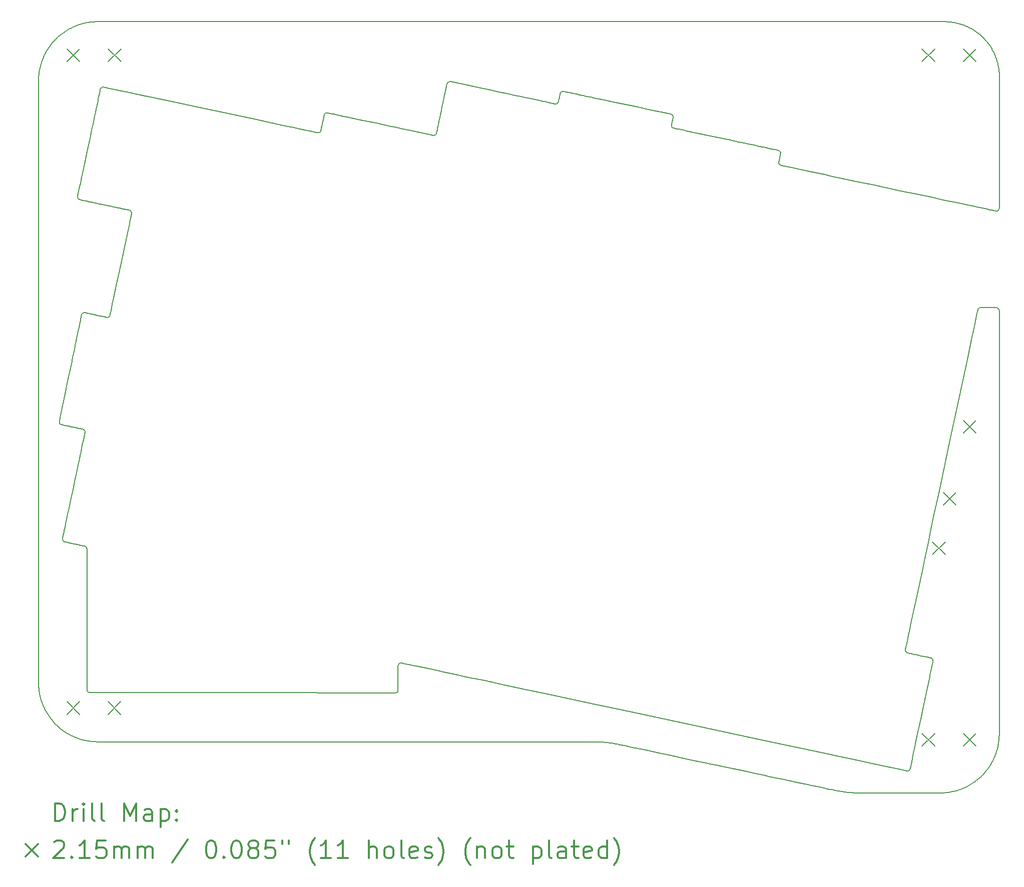
<source format=gbr>
%FSLAX45Y45*%
G04 Gerber Fmt 4.5, Leading zero omitted, Abs format (unit mm)*
G04 Created by KiCad (PCBNEW (5.1.5-0-10_14)) date 2020-04-19 15:43:12*
%MOMM*%
%LPD*%
G04 APERTURE LIST*
%TA.AperFunction,Profile*%
%ADD10C,0.200000*%
%TD*%
%ADD11C,0.200000*%
%ADD12C,0.300000*%
G04 APERTURE END LIST*
D10*
X8262689Y-13170363D02*
X8265676Y-13153333D01*
X8265676Y-13153333D02*
X8272733Y-13140298D01*
X8272733Y-13140298D02*
X8281237Y-13131496D01*
X8262689Y-13576949D02*
X8262689Y-13170363D01*
X8248031Y-13612324D02*
X8256615Y-13600853D01*
X8256615Y-13600853D02*
X8261857Y-13586047D01*
X8261857Y-13586047D02*
X8262689Y-13576949D01*
X11573009Y-14455235D02*
X3180581Y-14455235D01*
X11988856Y-14498944D02*
X11972221Y-14495482D01*
X11972221Y-14495482D02*
X11954758Y-14492007D01*
X11954758Y-14492007D02*
X11937871Y-14488799D01*
X11937871Y-14488799D02*
X11920154Y-14485595D01*
X11920154Y-14485595D02*
X11901907Y-14482466D01*
X11901907Y-14482466D02*
X11884444Y-14479635D01*
X11884444Y-14479635D02*
X11866047Y-14476822D01*
X11866047Y-14476822D02*
X11848437Y-14474294D01*
X11848437Y-14474294D02*
X11830401Y-14471870D01*
X11830401Y-14471870D02*
X11812547Y-14469635D01*
X11812547Y-14469635D02*
X11793863Y-14467469D01*
X11793863Y-14467469D02*
X11775769Y-14465542D01*
X11775769Y-14465542D02*
X11757455Y-14463761D01*
X11757455Y-14463761D02*
X11738513Y-14462097D01*
X11738513Y-14462097D02*
X11719964Y-14460643D01*
X11719964Y-14460643D02*
X11701094Y-14459342D01*
X11701094Y-14459342D02*
X11682211Y-14458219D01*
X11682211Y-14458219D02*
X11662908Y-14457257D01*
X11662908Y-14457257D02*
X11642980Y-14456459D01*
X11642980Y-14456459D02*
X11623349Y-14455868D01*
X11623349Y-14455868D02*
X11603709Y-14455470D01*
X11603709Y-14455470D02*
X11583244Y-14455261D01*
X11583244Y-14455261D02*
X11573009Y-14455235D01*
X15653534Y-15277879D02*
X15636999Y-15274364D01*
X15636999Y-15274364D02*
X15602046Y-15266936D01*
X15602046Y-15266936D02*
X15564897Y-15259040D01*
X15564897Y-15259040D02*
X15525624Y-15250693D01*
X15525624Y-15250693D02*
X15463132Y-15237412D01*
X15463132Y-15237412D02*
X15395781Y-15223097D01*
X15395781Y-15223097D02*
X15348732Y-15213097D01*
X15348732Y-15213097D02*
X15299919Y-15202722D01*
X15299919Y-15202722D02*
X15249414Y-15191988D01*
X15249414Y-15191988D02*
X15197289Y-15180909D01*
X15197289Y-15180909D02*
X15143617Y-15169501D01*
X15143617Y-15169501D02*
X15060534Y-15151842D01*
X15060534Y-15151842D02*
X14974031Y-15133457D01*
X14974031Y-15133457D02*
X14914886Y-15120886D01*
X14914886Y-15120886D02*
X14854554Y-15108062D01*
X14854554Y-15108062D02*
X14793105Y-15095001D01*
X14793105Y-15095001D02*
X14699115Y-15075024D01*
X14699115Y-15075024D02*
X14570386Y-15047663D01*
X14570386Y-15047663D02*
X14438489Y-15019628D01*
X14438489Y-15019628D02*
X14304001Y-14991042D01*
X14304001Y-14991042D02*
X14167496Y-14962028D01*
X14167496Y-14962028D02*
X13960291Y-14917986D01*
X13960291Y-14917986D02*
X13751647Y-14873638D01*
X13751647Y-14873638D02*
X13647504Y-14851502D01*
X13647504Y-14851502D02*
X13578280Y-14836789D01*
X13578280Y-14836789D02*
X13474893Y-14814813D01*
X13474893Y-14814813D02*
X13338389Y-14785799D01*
X13338389Y-14785799D02*
X13137232Y-14743042D01*
X13137232Y-14743042D02*
X12879774Y-14688318D01*
X12879774Y-14688318D02*
X12638444Y-14637021D01*
X12638444Y-14637021D02*
X12417850Y-14590132D01*
X12417850Y-14590132D02*
X12222598Y-14548629D01*
X12222598Y-14548629D02*
X12096607Y-14521848D01*
X12096607Y-14521848D02*
X12022309Y-14506055D01*
X12022309Y-14506055D02*
X11988856Y-14498944D01*
X16069354Y-15321588D02*
X16049295Y-15321487D01*
X16049295Y-15321487D02*
X16028015Y-15321161D01*
X16028015Y-15321161D02*
X16008176Y-15320652D01*
X16008176Y-15320652D02*
X15988756Y-15319964D01*
X15988756Y-15319964D02*
X15969346Y-15319088D01*
X15969346Y-15319088D02*
X15950152Y-15318035D01*
X15950152Y-15318035D02*
X15930972Y-15316798D01*
X15930972Y-15316798D02*
X15912010Y-15315393D01*
X15912010Y-15315393D02*
X15893267Y-15313825D01*
X15893267Y-15313825D02*
X15874540Y-15312082D01*
X15874540Y-15312082D02*
X15855830Y-15310162D01*
X15855830Y-15310162D02*
X15837749Y-15308138D01*
X15837749Y-15308138D02*
X15819280Y-15305897D01*
X15819280Y-15305897D02*
X15801440Y-15303567D01*
X15801440Y-15303567D02*
X15783620Y-15301076D01*
X15783620Y-15301076D02*
X15765822Y-15298425D01*
X15765822Y-15298425D02*
X15748046Y-15295613D01*
X15748046Y-15295613D02*
X15730798Y-15292727D01*
X15730798Y-15292727D02*
X15713372Y-15289653D01*
X15713372Y-15289653D02*
X15695669Y-15286367D01*
X15695669Y-15286367D02*
X15678796Y-15283081D01*
X15678796Y-15283081D02*
X15661948Y-15279649D01*
X15661948Y-15279649D02*
X15653534Y-15277879D01*
X17432228Y-15321588D02*
X16069354Y-15321588D01*
X18139330Y-15028694D02*
X18129239Y-15038642D01*
X18129239Y-15038642D02*
X18118882Y-15048566D01*
X18118882Y-15048566D02*
X18107829Y-15058851D01*
X18107829Y-15058851D02*
X18097214Y-15068440D01*
X18097214Y-15068440D02*
X18086475Y-15077865D01*
X18086475Y-15077865D02*
X18075617Y-15087125D01*
X18075617Y-15087125D02*
X18064639Y-15096219D01*
X18064639Y-15096219D02*
X18053544Y-15105147D01*
X18053544Y-15105147D02*
X18041726Y-15114376D01*
X18041726Y-15114376D02*
X18029782Y-15123417D01*
X18029782Y-15123417D02*
X18018026Y-15132046D01*
X18018026Y-15132046D02*
X18006155Y-15140495D01*
X18006155Y-15140495D02*
X17994171Y-15148764D01*
X17994171Y-15148764D02*
X17981838Y-15157010D01*
X17981838Y-15157010D02*
X17969553Y-15164963D01*
X17969553Y-15164963D02*
X17957242Y-15172682D01*
X17957242Y-15172682D02*
X17943515Y-15180998D01*
X17943515Y-15180998D02*
X17930657Y-15188518D01*
X17930657Y-15188518D02*
X17917694Y-15195843D01*
X17917694Y-15195843D02*
X17904629Y-15202971D01*
X17904629Y-15202971D02*
X17891379Y-15209945D01*
X17891379Y-15209945D02*
X17877006Y-15217227D01*
X17877006Y-15217227D02*
X17863468Y-15223824D01*
X17863468Y-15223824D02*
X17849401Y-15230413D01*
X17849401Y-15230413D02*
X17835497Y-15236667D01*
X17835497Y-15236667D02*
X17821413Y-15242746D01*
X17821413Y-15242746D02*
X17806620Y-15248857D01*
X17806620Y-15248857D02*
X17792086Y-15254594D01*
X17792086Y-15254594D02*
X17776746Y-15260367D01*
X17776746Y-15260367D02*
X17761672Y-15265762D01*
X17761672Y-15265762D02*
X17745424Y-15271276D01*
X17745424Y-15271276D02*
X17730172Y-15276172D01*
X17730172Y-15276172D02*
X17714471Y-15280932D01*
X17714471Y-15280932D02*
X17698321Y-15285537D01*
X17698321Y-15285537D02*
X17682456Y-15289777D01*
X17682456Y-15289777D02*
X17666423Y-15293780D01*
X17666423Y-15293780D02*
X17649756Y-15297645D01*
X17649756Y-15297645D02*
X17632544Y-15301323D01*
X17632544Y-15301323D02*
X17615256Y-15304699D01*
X17615256Y-15304699D02*
X17597896Y-15307773D01*
X17597896Y-15307773D02*
X17580562Y-15310529D01*
X17580562Y-15310529D02*
X17562212Y-15313108D01*
X17562212Y-15313108D02*
X17543890Y-15315337D01*
X17543890Y-15315337D02*
X17525506Y-15317231D01*
X17525506Y-15317231D02*
X17506103Y-15318857D01*
X17506103Y-15318857D02*
X17487124Y-15320081D01*
X17487124Y-15320081D02*
X17467706Y-15320959D01*
X17467706Y-15320959D02*
X17447949Y-15321464D01*
X17447949Y-15321464D02*
X17432228Y-15321588D01*
X18432225Y-14321593D02*
X18432017Y-14341967D01*
X18432017Y-14341967D02*
X18431424Y-14361616D01*
X18431424Y-14361616D02*
X18430389Y-14382178D01*
X18430389Y-14382178D02*
X18429004Y-14401815D01*
X18429004Y-14401815D02*
X18427312Y-14420623D01*
X18427312Y-14420623D02*
X18425222Y-14439751D01*
X18425222Y-14439751D02*
X18422927Y-14457670D01*
X18422927Y-14457670D02*
X18420369Y-14475144D01*
X18420369Y-14475144D02*
X18417539Y-14492363D01*
X18417539Y-14492363D02*
X18413538Y-14514026D01*
X18413538Y-14514026D02*
X18409998Y-14531273D01*
X18409998Y-14531273D02*
X18406331Y-14547697D01*
X18406331Y-14547697D02*
X18402158Y-14564972D01*
X18402158Y-14564972D02*
X18397980Y-14581054D01*
X18397980Y-14581054D02*
X18393590Y-14596872D01*
X18393590Y-14596872D02*
X18388943Y-14612610D01*
X18388943Y-14612610D02*
X18384157Y-14627899D01*
X18384157Y-14627899D02*
X18379006Y-14643467D01*
X18379006Y-14643467D02*
X18373731Y-14658585D01*
X18373731Y-14658585D02*
X18368349Y-14673257D01*
X18368349Y-14673257D02*
X18362600Y-14688197D01*
X18362600Y-14688197D02*
X18356758Y-14702689D01*
X18356758Y-14702689D02*
X18350804Y-14716825D01*
X18350804Y-14716825D02*
X18344594Y-14730956D01*
X18344594Y-14730956D02*
X18337883Y-14745596D01*
X18337883Y-14745596D02*
X18331354Y-14759271D01*
X18331354Y-14759271D02*
X18324359Y-14773359D01*
X18324359Y-14773359D02*
X18317497Y-14786663D01*
X18317497Y-14786663D02*
X18310524Y-14799701D01*
X18310524Y-14799701D02*
X18303311Y-14812721D01*
X18303311Y-14812721D02*
X18295900Y-14825639D01*
X18295900Y-14825639D02*
X18288295Y-14838450D01*
X18288295Y-14838450D02*
X18280090Y-14851803D01*
X18280090Y-14851803D02*
X18272243Y-14864150D01*
X18272243Y-14864150D02*
X18263254Y-14877821D01*
X18263254Y-14877821D02*
X18255071Y-14889856D01*
X18255071Y-14889856D02*
X18246707Y-14901781D01*
X18246707Y-14901781D02*
X18238163Y-14913591D01*
X18238163Y-14913591D02*
X18228279Y-14926817D01*
X18228279Y-14926817D02*
X18219355Y-14938378D01*
X18219355Y-14938378D02*
X18210253Y-14949819D01*
X18210253Y-14949819D02*
X18201160Y-14960915D01*
X18201160Y-14960915D02*
X18191962Y-14971818D01*
X18191962Y-14971818D02*
X18182662Y-14982529D01*
X18182662Y-14982529D02*
X18173135Y-14993191D01*
X18173135Y-14993191D02*
X18163179Y-15004011D01*
X18163179Y-15004011D02*
X18153321Y-15014420D01*
X18153321Y-15014420D02*
X18143300Y-15024700D01*
X18143300Y-15024700D02*
X18139330Y-15028694D01*
X18432225Y-7154177D02*
X18432225Y-14321593D01*
X18382245Y-7104171D02*
X18399319Y-7107165D01*
X18399319Y-7107165D02*
X18412280Y-7114205D01*
X18412280Y-7114205D02*
X18422270Y-7124225D01*
X18422270Y-7124225D02*
X18429282Y-7137233D01*
X18429282Y-7137233D02*
X18432225Y-7154177D01*
X18116523Y-7104171D02*
X18382245Y-7104171D01*
X18067601Y-7143779D02*
X18073150Y-7129267D01*
X18073150Y-7129267D02*
X18082338Y-7117672D01*
X18082338Y-7117672D02*
X18094127Y-7109457D01*
X18094127Y-7109457D02*
X18109370Y-7104681D01*
X18109370Y-7104681D02*
X18116523Y-7104171D01*
X16845618Y-12892762D02*
X16854991Y-12848662D01*
X16854991Y-12848662D02*
X16867074Y-12791815D01*
X16867074Y-12791815D02*
X16887512Y-12695657D01*
X16887512Y-12695657D02*
X16905882Y-12609233D01*
X16905882Y-12609233D02*
X16919345Y-12545892D01*
X16919345Y-12545892D02*
X16941283Y-12442678D01*
X16941283Y-12442678D02*
X16973958Y-12288952D01*
X16973958Y-12288952D02*
X17028917Y-12030390D01*
X17028917Y-12030390D02*
X17112820Y-11635653D01*
X17112820Y-11635653D02*
X17182073Y-11309844D01*
X17182073Y-11309844D02*
X17230341Y-11082758D01*
X17230341Y-11082758D02*
X17280058Y-10848860D01*
X17280058Y-10848860D02*
X17330893Y-10609698D01*
X17330893Y-10609698D02*
X17408487Y-10244644D01*
X17408487Y-10244644D02*
X17486824Y-9876100D01*
X17486824Y-9876100D02*
X17538846Y-9631354D01*
X17538846Y-9631354D02*
X17615920Y-9268754D01*
X17615920Y-9268754D02*
X17714839Y-8803377D01*
X17714839Y-8803377D02*
X17807052Y-8369549D01*
X17807052Y-8369549D02*
X17889929Y-7979648D01*
X17889929Y-7979648D02*
X17960837Y-7646053D01*
X17960837Y-7646053D02*
X18017147Y-7381140D01*
X18017147Y-7381140D02*
X18047616Y-7237798D01*
X18047616Y-7237798D02*
X18062355Y-7168458D01*
X18062355Y-7168458D02*
X18067601Y-7143779D01*
X16852577Y-12930385D02*
X16846332Y-12916453D01*
X16846332Y-12916453D02*
X16844803Y-12897911D01*
X16844803Y-12897911D02*
X16845618Y-12892762D01*
X16884115Y-12952055D02*
X16869579Y-12946488D01*
X16869579Y-12946488D02*
X16858330Y-12937659D01*
X16858330Y-12937659D02*
X16852577Y-12930385D01*
X17272128Y-13034526D02*
X17253822Y-13030634D01*
X17253822Y-13030634D02*
X17209992Y-13021318D01*
X17209992Y-13021318D02*
X17159795Y-13010648D01*
X17159795Y-13010648D02*
X17105778Y-12999166D01*
X17105778Y-12999166D02*
X17050485Y-12987414D01*
X17050485Y-12987414D02*
X17016524Y-12980195D01*
X17016524Y-12980195D02*
X16983596Y-12973197D01*
X16983596Y-12973197D02*
X16958496Y-12967862D01*
X16958496Y-12967862D02*
X16934827Y-12962832D01*
X16934827Y-12962832D02*
X16912908Y-12958173D01*
X16912908Y-12958173D02*
X16893059Y-12953955D01*
X16893059Y-12953955D02*
X16884115Y-12952055D01*
X17310652Y-13093819D02*
X17310860Y-13074014D01*
X17310860Y-13074014D02*
X17305543Y-13059324D01*
X17305543Y-13059324D02*
X17296936Y-13047916D01*
X17296936Y-13047916D02*
X17285363Y-13039354D01*
X17285363Y-13039354D02*
X17272128Y-13034526D01*
X16924994Y-14908123D02*
X16934309Y-14864304D01*
X16934309Y-14864304D02*
X16941999Y-14828127D01*
X16941999Y-14828127D02*
X16950754Y-14786942D01*
X16950754Y-14786942D02*
X16960494Y-14741122D01*
X16960494Y-14741122D02*
X16971141Y-14691036D01*
X16971141Y-14691036D02*
X16982616Y-14637056D01*
X16982616Y-14637056D02*
X16994839Y-14579553D01*
X16994839Y-14579553D02*
X17014337Y-14487827D01*
X17014337Y-14487827D02*
X17042330Y-14356131D01*
X17042330Y-14356131D02*
X17071901Y-14217017D01*
X17071901Y-14217017D02*
X17102417Y-14073454D01*
X17102417Y-14073454D02*
X17148663Y-13855886D01*
X17148663Y-13855886D02*
X17207802Y-13577669D01*
X17207802Y-13577669D02*
X17247109Y-13392748D01*
X17247109Y-13392748D02*
X17270055Y-13284801D01*
X17270055Y-13284801D02*
X17284899Y-13214968D01*
X17284899Y-13214968D02*
X17293651Y-13173792D01*
X17293651Y-13173792D02*
X17301340Y-13137623D01*
X17301340Y-13137623D02*
X17307885Y-13106833D01*
X17307885Y-13106833D02*
X17310652Y-13093819D01*
X16903298Y-14939688D02*
X16914047Y-14930286D01*
X16914047Y-14930286D02*
X16921802Y-14917993D01*
X16921802Y-14917993D02*
X16924994Y-14908123D01*
X16865647Y-14946620D02*
X16885616Y-14946817D01*
X16885616Y-14946817D02*
X16900315Y-14941477D01*
X16900315Y-14941477D02*
X16903298Y-14939688D01*
X8323147Y-13121468D02*
X8351415Y-13127507D01*
X8351415Y-13127507D02*
X8384664Y-13134610D01*
X8384664Y-13134610D02*
X8437194Y-13145833D01*
X8437194Y-13145833D02*
X8482555Y-13155524D01*
X8482555Y-13155524D02*
X8515261Y-13162512D01*
X8515261Y-13162512D02*
X8567943Y-13173767D01*
X8567943Y-13173767D02*
X8645571Y-13190353D01*
X8645571Y-13190353D02*
X8775583Y-13218130D01*
X8775583Y-13218130D02*
X8923925Y-13249824D01*
X8923925Y-13249824D02*
X9030882Y-13272675D01*
X9030882Y-13272675D02*
X9202820Y-13309410D01*
X9202820Y-13309410D02*
X9454524Y-13363188D01*
X9454524Y-13363188D02*
X9728469Y-13421718D01*
X9728469Y-13421718D02*
X10022291Y-13484495D01*
X10022291Y-13484495D02*
X10333626Y-13551013D01*
X10333626Y-13551013D02*
X10826850Y-13656393D01*
X10826850Y-13656393D02*
X11526251Y-13805825D01*
X11526251Y-13805825D02*
X12253176Y-13961137D01*
X12253176Y-13961137D02*
X13356285Y-14196824D01*
X13356285Y-14196824D02*
X14410055Y-14421969D01*
X14410055Y-14421969D02*
X15058038Y-14560415D01*
X15058038Y-14560415D02*
X15498557Y-14654534D01*
X15498557Y-14654534D02*
X15768758Y-14712265D01*
X15768758Y-14712265D02*
X16016303Y-14765154D01*
X16016303Y-14765154D02*
X16238829Y-14812698D01*
X16238829Y-14812698D02*
X16433974Y-14854392D01*
X16433974Y-14854392D02*
X16599373Y-14889730D01*
X16599373Y-14889730D02*
X16732665Y-14918208D01*
X16732665Y-14918208D02*
X16831486Y-14939321D01*
X16831486Y-14939321D02*
X16865647Y-14946620D01*
X8281237Y-13131496D02*
X8293948Y-13124012D01*
X8293948Y-13124012D02*
X8310482Y-13120415D01*
X8310482Y-13120415D02*
X8323147Y-13121468D01*
X3048923Y-13619732D02*
X3090043Y-13619790D01*
X3090043Y-13619790D02*
X3115208Y-13619826D01*
X3115208Y-13619826D02*
X3162917Y-13619893D01*
X3162917Y-13619893D02*
X3229588Y-13619986D01*
X3229588Y-13619986D02*
X3334979Y-13620134D01*
X3334979Y-13620134D02*
X3457089Y-13620306D01*
X3457089Y-13620306D02*
X3594579Y-13620498D01*
X3594579Y-13620498D02*
X3707395Y-13620656D01*
X3707395Y-13620656D02*
X3786422Y-13620767D01*
X3786422Y-13620767D02*
X3910356Y-13620940D01*
X3910356Y-13620940D02*
X4085967Y-13621185D01*
X4085967Y-13621185D02*
X4271611Y-13621445D01*
X4271611Y-13621445D02*
X4565124Y-13621855D01*
X4565124Y-13621855D02*
X4980556Y-13622436D01*
X4980556Y-13622436D02*
X5412046Y-13623039D01*
X5412046Y-13623039D02*
X6067320Y-13623954D01*
X6067320Y-13623954D02*
X6695873Y-13624832D01*
X6695873Y-13624832D02*
X7084607Y-13625375D01*
X7084607Y-13625375D02*
X7350755Y-13625747D01*
X7350755Y-13625747D02*
X7515040Y-13625977D01*
X7515040Y-13625977D02*
X7666623Y-13626189D01*
X7666623Y-13626189D02*
X7804167Y-13626381D01*
X7804167Y-13626381D02*
X7896795Y-13626511D01*
X7896795Y-13626511D02*
X7953784Y-13626591D01*
X7953784Y-13626591D02*
X8006510Y-13626665D01*
X8006510Y-13626665D02*
X8054808Y-13626733D01*
X8054808Y-13626733D02*
X8119189Y-13626823D01*
X8119189Y-13626823D02*
X8171453Y-13626897D01*
X8171453Y-13626897D02*
X8200362Y-13626938D01*
X8200362Y-13626938D02*
X8212630Y-13626955D01*
X2998996Y-13569779D02*
X3002024Y-13586908D01*
X3002024Y-13586908D02*
X3009130Y-13599920D01*
X3009130Y-13599920D02*
X3019211Y-13609903D01*
X3019211Y-13609903D02*
X3032282Y-13616876D01*
X3032282Y-13616876D02*
X3048923Y-13619732D01*
X2997488Y-11190747D02*
X2997507Y-11220882D01*
X2997507Y-11220882D02*
X2997562Y-11307857D01*
X2997562Y-11307857D02*
X2997676Y-11487119D01*
X2997676Y-11487119D02*
X2997823Y-11720799D01*
X2997823Y-11720799D02*
X2997933Y-11894842D01*
X2997933Y-11894842D02*
X2998110Y-12174725D01*
X2998110Y-12174725D02*
X2998294Y-12466198D01*
X2998294Y-12466198D02*
X2998415Y-12658782D01*
X2998415Y-12658782D02*
X2998533Y-12845295D01*
X2998533Y-12845295D02*
X2998645Y-13021453D01*
X2998645Y-13021453D02*
X2998723Y-13143643D01*
X2998723Y-13143643D02*
X2998771Y-13219940D01*
X2998771Y-13219940D02*
X2998817Y-13291240D01*
X2998817Y-13291240D02*
X2998859Y-13357007D01*
X2998859Y-13357007D02*
X2998888Y-13402177D01*
X2998888Y-13402177D02*
X2998906Y-13430409D01*
X2998906Y-13430409D02*
X2998931Y-13469800D01*
X2998931Y-13469800D02*
X2998961Y-13515756D01*
X2998961Y-13515756D02*
X2998980Y-13544963D01*
X2998980Y-13544963D02*
X2998996Y-13569779D01*
X2957880Y-11141852D02*
X2972349Y-11147384D01*
X2972349Y-11147384D02*
X2983619Y-11156219D01*
X2983619Y-11156219D02*
X2991949Y-11167910D01*
X2991949Y-11167910D02*
X2996885Y-11183035D01*
X2996885Y-11183035D02*
X2997488Y-11190747D01*
X2624239Y-11070944D02*
X2650080Y-11076438D01*
X2650080Y-11076438D02*
X2674590Y-11081650D01*
X2674590Y-11081650D02*
X2712135Y-11089632D01*
X2712135Y-11089632D02*
X2734869Y-11094465D01*
X2734869Y-11094465D02*
X2752329Y-11098176D01*
X2752329Y-11098176D02*
X2772943Y-11102558D01*
X2772943Y-11102558D02*
X2799588Y-11108221D01*
X2799588Y-11108221D02*
X2823129Y-11113225D01*
X2823129Y-11113225D02*
X2846256Y-11118140D01*
X2846256Y-11118140D02*
X2868705Y-11122910D01*
X2868705Y-11122910D02*
X2890208Y-11127479D01*
X2890208Y-11127479D02*
X2910502Y-11131790D01*
X2910502Y-11131790D02*
X2929320Y-11135787D01*
X2929320Y-11135787D02*
X2946397Y-11139414D01*
X2946397Y-11139414D02*
X2957880Y-11141852D01*
X2592701Y-11049274D02*
X2602155Y-11060057D01*
X2602155Y-11060057D02*
X2614460Y-11067791D01*
X2614460Y-11067791D02*
X2624239Y-11070944D01*
X2585716Y-11011650D02*
X2585542Y-11031540D01*
X2585542Y-11031540D02*
X2590887Y-11046250D01*
X2590887Y-11046250D02*
X2592701Y-11049274D01*
X2929464Y-7196352D02*
X2918760Y-7205746D01*
X2918760Y-7205746D02*
X2911014Y-7218073D01*
X2911014Y-7218073D02*
X2907821Y-7228023D01*
X2967140Y-7189341D02*
X2947185Y-7189176D01*
X2947185Y-7189176D02*
X2932488Y-7194531D01*
X2932488Y-7194531D02*
X2929464Y-7196352D01*
X3330626Y-7266599D02*
X3303371Y-7260805D01*
X3303371Y-7260805D02*
X3282757Y-7256423D01*
X3282757Y-7256423D02*
X3260570Y-7251707D01*
X3260570Y-7251707D02*
X3225074Y-7244163D01*
X3225074Y-7244163D02*
X3174696Y-7233455D01*
X3174696Y-7233455D02*
X3123169Y-7222504D01*
X3123169Y-7222504D02*
X3072778Y-7211794D01*
X3072778Y-7211794D02*
X3037264Y-7204246D01*
X3037264Y-7204246D02*
X3015062Y-7199527D01*
X3015062Y-7199527D02*
X2989609Y-7194117D01*
X2989609Y-7194117D02*
X2967140Y-7189341D01*
X3389946Y-7228102D02*
X3384417Y-7242585D01*
X3384417Y-7242585D02*
X3375586Y-7253838D01*
X3375586Y-7253838D02*
X3363817Y-7262197D01*
X3363817Y-7262197D02*
X3348719Y-7267109D01*
X3348719Y-7267109D02*
X3330626Y-7266599D01*
X3754358Y-5513626D02*
X3745419Y-5555678D01*
X3745419Y-5555678D02*
X3738085Y-5590185D01*
X3738085Y-5590185D02*
X3729761Y-5629344D01*
X3729761Y-5629344D02*
X3722887Y-5661686D01*
X3722887Y-5661686D02*
X3718052Y-5684433D01*
X3718052Y-5684433D02*
X3710440Y-5720243D01*
X3710440Y-5720243D02*
X3693981Y-5797680D01*
X3693981Y-5797680D02*
X3669643Y-5912187D01*
X3669643Y-5912187D02*
X3643253Y-6036344D01*
X3643253Y-6036344D02*
X3601179Y-6234299D01*
X3601179Y-6234299D02*
X3543125Y-6507429D01*
X3543125Y-6507429D02*
X3487416Y-6769530D01*
X3487416Y-6769530D02*
X3450323Y-6944048D01*
X3450323Y-6944048D02*
X3428621Y-7046148D01*
X3428621Y-7046148D02*
X3414543Y-7112383D01*
X3414543Y-7112383D02*
X3406219Y-7151543D01*
X3406219Y-7151543D02*
X3398885Y-7186050D01*
X3398885Y-7186050D02*
X3392612Y-7215559D01*
X3392612Y-7215559D02*
X3389946Y-7228102D01*
X3715861Y-5454306D02*
X3730353Y-5459839D01*
X3730353Y-5459839D02*
X3741636Y-5468706D01*
X3741636Y-5468706D02*
X3749947Y-5480417D01*
X3749947Y-5480417D02*
X3754868Y-5495533D01*
X3754868Y-5495533D02*
X3754358Y-5513626D01*
X2879563Y-5276559D02*
X2900013Y-5280904D01*
X2900013Y-5280904D02*
X2923405Y-5285874D01*
X2923405Y-5285874D02*
X2949629Y-5291448D01*
X2949629Y-5291448D02*
X2966487Y-5295030D01*
X2966487Y-5295030D02*
X2990319Y-5300095D01*
X2990319Y-5300095D02*
X3015506Y-5305449D01*
X3015506Y-5305449D02*
X3041920Y-5311063D01*
X3041920Y-5311063D02*
X3069432Y-5316910D01*
X3069432Y-5316910D02*
X3097911Y-5322963D01*
X3097911Y-5322963D02*
X3142083Y-5332352D01*
X3142083Y-5332352D02*
X3203302Y-5345364D01*
X3203302Y-5345364D02*
X3266070Y-5358706D01*
X3266070Y-5358706D02*
X3329354Y-5372158D01*
X3329354Y-5372158D02*
X3392122Y-5385500D01*
X3392122Y-5385500D02*
X3453341Y-5398512D01*
X3453341Y-5398512D02*
X3497512Y-5407901D01*
X3497512Y-5407901D02*
X3525992Y-5413954D01*
X3525992Y-5413954D02*
X3553503Y-5419802D01*
X3553503Y-5419802D02*
X3579917Y-5425416D01*
X3579917Y-5425416D02*
X3605105Y-5430769D01*
X3605105Y-5430769D02*
X3628937Y-5435834D01*
X3628937Y-5435834D02*
X3651285Y-5440583D01*
X3651285Y-5440583D02*
X3672019Y-5444990D01*
X3672019Y-5444990D02*
X3695411Y-5449961D01*
X3695411Y-5449961D02*
X3715861Y-5454306D01*
X2841066Y-5217265D02*
X2840856Y-5237070D01*
X2840856Y-5237070D02*
X2846172Y-5251760D01*
X2846172Y-5251760D02*
X2854774Y-5263168D01*
X2854774Y-5263168D02*
X2866407Y-5271765D01*
X2866407Y-5271765D02*
X2879563Y-5276559D01*
X8212630Y-13626955D02*
X8229679Y-13623984D01*
X8229679Y-13623984D02*
X8242674Y-13616969D01*
X8242674Y-13616969D02*
X8248031Y-13612324D01*
X10916364Y-3651961D02*
X10873373Y-3642823D01*
X10873373Y-3642823D02*
X10837977Y-3635300D01*
X10837977Y-3635300D02*
X10797741Y-3626747D01*
X10797741Y-3626747D02*
X10753021Y-3617242D01*
X10753021Y-3617242D02*
X10716635Y-3609508D01*
X10716635Y-3609508D02*
X10691249Y-3604112D01*
X10691249Y-3604112D02*
X10624367Y-3589895D01*
X10624367Y-3589895D02*
X10506238Y-3564785D01*
X10506238Y-3564785D02*
X10410647Y-3544466D01*
X10410647Y-3544466D02*
X10344590Y-3530425D01*
X10344590Y-3530425D02*
X10242724Y-3508772D01*
X10242724Y-3508772D02*
X10103077Y-3479088D01*
X10103077Y-3479088D02*
X9961996Y-3449099D01*
X9961996Y-3449099D02*
X9822350Y-3419415D01*
X9822350Y-3419415D02*
X9620772Y-3376566D01*
X9620772Y-3376566D02*
X9277868Y-3303676D01*
X9277868Y-3303676D02*
X9148729Y-3276226D01*
X10975657Y-3613438D02*
X10970102Y-3627984D01*
X10970102Y-3627984D02*
X10961306Y-3639194D01*
X10961306Y-3639194D02*
X10949544Y-3647557D01*
X10949544Y-3647557D02*
X10934453Y-3652470D01*
X10934453Y-3652470D02*
X10916364Y-3651961D01*
X2180584Y-13455240D02*
X2180584Y-3262044D01*
X2473479Y-14162341D02*
X2463260Y-14151972D01*
X2463260Y-14151972D02*
X2453406Y-14141682D01*
X2453406Y-14141682D02*
X2443583Y-14131125D01*
X2443583Y-14131125D02*
X2433989Y-14120513D01*
X2433989Y-14120513D02*
X2424559Y-14109778D01*
X2424559Y-14109778D02*
X2415295Y-14098923D01*
X2415295Y-14098923D02*
X2406196Y-14087948D01*
X2406196Y-14087948D02*
X2397264Y-14076857D01*
X2397264Y-14076857D02*
X2388265Y-14065346D01*
X2388265Y-14065346D02*
X2379444Y-14053716D01*
X2379444Y-14053716D02*
X2370801Y-14041969D01*
X2370801Y-14041969D02*
X2362117Y-14029793D01*
X2362117Y-14029793D02*
X2353623Y-14017499D01*
X2353623Y-14017499D02*
X2345530Y-14005409D01*
X2345530Y-14005409D02*
X2337517Y-13993048D01*
X2337517Y-13993048D02*
X2328939Y-13979358D01*
X2328939Y-13979358D02*
X2321369Y-13966854D01*
X2321369Y-13966854D02*
X2313844Y-13953999D01*
X2313844Y-13953999D02*
X2306514Y-13941039D01*
X2306514Y-13941039D02*
X2299066Y-13927388D01*
X2299066Y-13927388D02*
X2291964Y-13913882D01*
X2291964Y-13913882D02*
X2284690Y-13899505D01*
X2284690Y-13899505D02*
X2278142Y-13886049D01*
X2278142Y-13886049D02*
X2271719Y-13872326D01*
X2271719Y-13872326D02*
X2265466Y-13858422D01*
X2265466Y-13858422D02*
X2259426Y-13844425D01*
X2259426Y-13844425D02*
X2253208Y-13829366D01*
X2253208Y-13829366D02*
X2247440Y-13814741D01*
X2247440Y-13814741D02*
X2241936Y-13800116D01*
X2241936Y-13800116D02*
X2236535Y-13785044D01*
X2236535Y-13785044D02*
X2231374Y-13769884D01*
X2231374Y-13769884D02*
X2226398Y-13754458D01*
X2226398Y-13754458D02*
X2221698Y-13739038D01*
X2221698Y-13739038D02*
X2217042Y-13722804D01*
X2217042Y-13722804D02*
X2212682Y-13706577D01*
X2212682Y-13706577D02*
X2208503Y-13689899D01*
X2208503Y-13689899D02*
X2204610Y-13673141D01*
X2204610Y-13673141D02*
X2201002Y-13656306D01*
X2201002Y-13656306D02*
X2197578Y-13638833D01*
X2197578Y-13638833D02*
X2194351Y-13620624D01*
X2194351Y-13620624D02*
X2191572Y-13603100D01*
X2191572Y-13603100D02*
X2189064Y-13585224D01*
X2189064Y-13585224D02*
X2186877Y-13567284D01*
X2186877Y-13567284D02*
X2184977Y-13548902D01*
X2184977Y-13548902D02*
X2183415Y-13530462D01*
X2183415Y-13530462D02*
X2182171Y-13511583D01*
X2182171Y-13511583D02*
X2181172Y-13489557D01*
X2181172Y-13489557D02*
X2180684Y-13469410D01*
X2180684Y-13469410D02*
X2180584Y-13455240D01*
X3180581Y-14455235D02*
X3160594Y-14455035D01*
X3160594Y-14455035D02*
X3140847Y-14454446D01*
X3140847Y-14454446D02*
X3121537Y-14453491D01*
X3121537Y-14453491D02*
X3101993Y-14452144D01*
X3101993Y-14452144D02*
X3083467Y-14450511D01*
X3083467Y-14450511D02*
X3063567Y-14448368D01*
X3063567Y-14448368D02*
X3044503Y-14445937D01*
X3044503Y-14445937D02*
X3027029Y-14443379D01*
X3027029Y-14443379D02*
X3009810Y-14440549D01*
X3009810Y-14440549D02*
X2992282Y-14437350D01*
X2992282Y-14437350D02*
X2973145Y-14433487D01*
X2973145Y-14433487D02*
X2956711Y-14429857D01*
X2956711Y-14429857D02*
X2940352Y-14425954D01*
X2940352Y-14425954D02*
X2924070Y-14421778D01*
X2924070Y-14421778D02*
X2908237Y-14417436D01*
X2908237Y-14417436D02*
X2892302Y-14412782D01*
X2892302Y-14412782D02*
X2876452Y-14407866D01*
X2876452Y-14407866D02*
X2861234Y-14402873D01*
X2861234Y-14402873D02*
X2846101Y-14397637D01*
X2846101Y-14397637D02*
X2831325Y-14392261D01*
X2831325Y-14392261D02*
X2816725Y-14386689D01*
X2816725Y-14386689D02*
X2801951Y-14380782D01*
X2801951Y-14380782D02*
X2786135Y-14374153D01*
X2786135Y-14374153D02*
X2771477Y-14367721D01*
X2771477Y-14367721D02*
X2757267Y-14361217D01*
X2757267Y-14361217D02*
X2743244Y-14354532D01*
X2743244Y-14354532D02*
X2729835Y-14347886D01*
X2729835Y-14347886D02*
X2716607Y-14341083D01*
X2716607Y-14341083D02*
X2703142Y-14333899D01*
X2703142Y-14333899D02*
X2690116Y-14326696D01*
X2690116Y-14326696D02*
X2677193Y-14319296D01*
X2677193Y-14319296D02*
X2664213Y-14311602D01*
X2664213Y-14311602D02*
X2651342Y-14303709D01*
X2651342Y-14303709D02*
X2638826Y-14295772D01*
X2638826Y-14295772D02*
X2626262Y-14287541D01*
X2626262Y-14287541D02*
X2614288Y-14279440D01*
X2614288Y-14279440D02*
X2602345Y-14271105D01*
X2602345Y-14271105D02*
X2590438Y-14262534D01*
X2590438Y-14262534D02*
X2578724Y-14253840D01*
X2578724Y-14253840D02*
X2567129Y-14244967D01*
X2567129Y-14244967D02*
X2555653Y-14235917D01*
X2555653Y-14235917D02*
X2544596Y-14226935D01*
X2544596Y-14226935D02*
X2533656Y-14217787D01*
X2533656Y-14217787D02*
X2522764Y-14208410D01*
X2522764Y-14208410D02*
X2512066Y-14198930D01*
X2512066Y-14198930D02*
X2501563Y-14189352D01*
X2501563Y-14189352D02*
X2491114Y-14179547D01*
X2491114Y-14179547D02*
X2480238Y-14169035D01*
X2480238Y-14169035D02*
X2473479Y-14162341D01*
X2966135Y-9221847D02*
X2961847Y-9242026D01*
X2961847Y-9242026D02*
X2956917Y-9265226D01*
X2956917Y-9265226D02*
X2951284Y-9291730D01*
X2951284Y-9291730D02*
X2947218Y-9310865D01*
X2947218Y-9310865D02*
X2941767Y-9336512D01*
X2941767Y-9336512D02*
X2933517Y-9375331D01*
X2933517Y-9375331D02*
X2928482Y-9399022D01*
X2928482Y-9399022D02*
X2920550Y-9436346D01*
X2920550Y-9436346D02*
X2909231Y-9489604D01*
X2909231Y-9489604D02*
X2897175Y-9546326D01*
X2897175Y-9546326D02*
X2884461Y-9606145D01*
X2884461Y-9606145D02*
X2871166Y-9668697D01*
X2871166Y-9668697D02*
X2850352Y-9766627D01*
X2850352Y-9766627D02*
X2821205Y-9903760D01*
X2821205Y-9903760D02*
X2791129Y-10045266D01*
X2791129Y-10045266D02*
X2760742Y-10188231D01*
X2760742Y-10188231D02*
X2730664Y-10329737D01*
X2730664Y-10329737D02*
X2701516Y-10466870D01*
X2701516Y-10466870D02*
X2673917Y-10596714D01*
X2673917Y-10596714D02*
X2654689Y-10687171D01*
X2654689Y-10687171D02*
X2647099Y-10722878D01*
X2647099Y-10722878D02*
X2639754Y-10757435D01*
X2639754Y-10757435D02*
X2625845Y-10822869D01*
X2625845Y-10822869D02*
X2613534Y-10880786D01*
X2613534Y-10880786D02*
X2608963Y-10902290D01*
X2608963Y-10902290D02*
X2602540Y-10932507D01*
X2602540Y-10932507D02*
X2594937Y-10968271D01*
X2594937Y-10968271D02*
X2588458Y-10998749D01*
X2588458Y-10998749D02*
X2585716Y-11011650D01*
X2959176Y-9184223D02*
X2965399Y-9198008D01*
X2965399Y-9198008D02*
X2966975Y-9216543D01*
X2966975Y-9216543D02*
X2966135Y-9221847D01*
X9089409Y-3314749D02*
X9082423Y-3347617D01*
X9082423Y-3347617D02*
X9063509Y-3436606D01*
X9063509Y-3436606D02*
X9040233Y-3546112D01*
X9040233Y-3546112D02*
X9020923Y-3636962D01*
X9020923Y-3636962D02*
X9007650Y-3699409D01*
X9007650Y-3699409D02*
X8994268Y-3762370D01*
X8994268Y-3762370D02*
X8984299Y-3809270D01*
X8984299Y-3809270D02*
X8979367Y-3832472D01*
X8979367Y-3832472D02*
X8968048Y-3885728D01*
X8968048Y-3885728D02*
X8955647Y-3944073D01*
X8955647Y-3944073D02*
X8944010Y-3998829D01*
X8944010Y-3998829D02*
X8935949Y-4036754D01*
X8935949Y-4036754D02*
X8930907Y-4060478D01*
X8930907Y-4060478D02*
X8923896Y-4093467D01*
X8923896Y-4093467D02*
X8917770Y-4122289D01*
X8917770Y-4122289D02*
X8914146Y-4139345D01*
X8914146Y-4139345D02*
X8912508Y-4147050D01*
X9148729Y-3276226D02*
X9128908Y-3276017D01*
X9128908Y-3276017D02*
X9114146Y-3281370D01*
X9114146Y-3281370D02*
X9102748Y-3289994D01*
X9102748Y-3289994D02*
X9094220Y-3301548D01*
X9094220Y-3301548D02*
X9089409Y-3314749D01*
X18433786Y-3190527D02*
X18433746Y-3248734D01*
X18433746Y-3248734D02*
X18433486Y-3630501D01*
X18433486Y-3630501D02*
X18433311Y-3886974D01*
X18433311Y-3886974D02*
X18433186Y-4071973D01*
X18433186Y-4071973D02*
X18433088Y-4215510D01*
X18433088Y-4215510D02*
X18433022Y-4312142D01*
X18433022Y-4312142D02*
X18432924Y-4457270D01*
X18432924Y-4457270D02*
X18432795Y-4647725D01*
X18432795Y-4647725D02*
X18432671Y-4830155D01*
X18432671Y-4830155D02*
X18432585Y-4958231D01*
X18432585Y-4958231D02*
X18432531Y-5038812D01*
X18432531Y-5038812D02*
X18432480Y-5114619D01*
X18432480Y-5114619D02*
X18432432Y-5185036D01*
X18432432Y-5185036D02*
X18432389Y-5249448D01*
X18432389Y-5249448D02*
X18432351Y-5307239D01*
X18432351Y-5307239D02*
X18432317Y-5357795D01*
X18432317Y-5357795D02*
X18432289Y-5400499D01*
X18432289Y-5400499D02*
X18432277Y-5418349D01*
X2927638Y-9162554D02*
X2942116Y-9168086D01*
X2942116Y-9168086D02*
X2953463Y-9176991D01*
X2953463Y-9176991D02*
X2959176Y-9184223D01*
X2569973Y-9086539D02*
X2592101Y-9091239D01*
X2592101Y-9091239D02*
X2611966Y-9095459D01*
X2611966Y-9095459D02*
X2633435Y-9100021D01*
X2633435Y-9100021D02*
X2662072Y-9106105D01*
X2662072Y-9106105D02*
X2686140Y-9111220D01*
X2686140Y-9111220D02*
X2710907Y-9116483D01*
X2710907Y-9116483D02*
X2736093Y-9121835D01*
X2736093Y-9121835D02*
X2761419Y-9127218D01*
X2761419Y-9127218D02*
X2786609Y-9132571D01*
X2786609Y-9132571D02*
X2805223Y-9136527D01*
X2805223Y-9136527D02*
X2835458Y-9142955D01*
X2835458Y-9142955D02*
X2858562Y-9147866D01*
X2858562Y-9147866D02*
X2885597Y-9153614D01*
X2885597Y-9153614D02*
X2905482Y-9157842D01*
X2905482Y-9157842D02*
X2923486Y-9161671D01*
X2923486Y-9161671D02*
X2927638Y-9162554D01*
X2531423Y-9027378D02*
X2531288Y-9047300D01*
X2531288Y-9047300D02*
X2536666Y-9061935D01*
X2536666Y-9061935D02*
X2545320Y-9073299D01*
X2545320Y-9073299D02*
X2556896Y-9081791D01*
X2556896Y-9081791D02*
X2569973Y-9086539D01*
X2907821Y-7228023D02*
X2903577Y-7248304D01*
X2903577Y-7248304D02*
X2899517Y-7267709D01*
X2899517Y-7267709D02*
X2893122Y-7298275D01*
X2893122Y-7298275D02*
X2889097Y-7317514D01*
X2889097Y-7317514D02*
X2882615Y-7348494D01*
X2882615Y-7348494D02*
X2873098Y-7393988D01*
X2873098Y-7393988D02*
X2862698Y-7443699D01*
X2862698Y-7443699D02*
X2851493Y-7497261D01*
X2851493Y-7497261D02*
X2839560Y-7554307D01*
X2839560Y-7554307D02*
X2826974Y-7614470D01*
X2826974Y-7614470D02*
X2813814Y-7677382D01*
X2813814Y-7677382D02*
X2800155Y-7742677D01*
X2800155Y-7742677D02*
X2786074Y-7809989D01*
X2786074Y-7809989D02*
X2771649Y-7878949D01*
X2771649Y-7878949D02*
X2756955Y-7949191D01*
X2756955Y-7949191D02*
X2734590Y-8056110D01*
X2734590Y-8056110D02*
X2704515Y-8199884D01*
X2704515Y-8199884D02*
X2674750Y-8342180D01*
X2674750Y-8342180D02*
X2645908Y-8480063D01*
X2645908Y-8480063D02*
X2618603Y-8610598D01*
X2618603Y-8610598D02*
X2593449Y-8730849D01*
X2593449Y-8730849D02*
X2571061Y-8837880D01*
X2571061Y-8837880D02*
X2543469Y-8969788D01*
X2543469Y-8969788D02*
X2531423Y-9027378D01*
X18432277Y-5418349D02*
X18432277Y-5418349D01*
X18433786Y-3190527D02*
X18433786Y-3190527D01*
X12888840Y-4005736D02*
X12892474Y-3988666D01*
X12892474Y-3988666D02*
X12896158Y-3971347D01*
X12896158Y-3971347D02*
X12900705Y-3949957D01*
X12900705Y-3949957D02*
X12905694Y-3926484D01*
X12905694Y-3926484D02*
X12909332Y-3909368D01*
X12909332Y-3909368D02*
X12912971Y-3892261D01*
X12912971Y-3892261D02*
X12914240Y-3886303D01*
X12927363Y-4065056D02*
X12912850Y-4059518D01*
X12912850Y-4059518D02*
X12901515Y-4050601D01*
X12901515Y-4050601D02*
X12893209Y-4038860D01*
X12893209Y-4038860D02*
X12888309Y-4023696D01*
X12888309Y-4023696D02*
X12888840Y-4005736D01*
X3225190Y-3410052D02*
X3217611Y-3445715D01*
X3217611Y-3445715D02*
X3214059Y-3462426D01*
X3214059Y-3462426D02*
X3210228Y-3480453D01*
X3210228Y-3480453D02*
X3206127Y-3499748D01*
X3206127Y-3499748D02*
X3199523Y-3530825D01*
X3199523Y-3530825D02*
X3189820Y-3576474D01*
X3189820Y-3576474D02*
X3183260Y-3607340D01*
X3183260Y-3607340D02*
X3176408Y-3639579D01*
X3176408Y-3639579D02*
X3167787Y-3680136D01*
X3167787Y-3680136D02*
X3155613Y-3737412D01*
X3155613Y-3737412D02*
X3142773Y-3797824D01*
X3142773Y-3797824D02*
X3129343Y-3861004D01*
X3129343Y-3861004D02*
X3108317Y-3959927D01*
X3108317Y-3959927D02*
X3078869Y-4098467D01*
X3078869Y-4098467D02*
X3048479Y-4241436D01*
X3048479Y-4241436D02*
X3002424Y-4458104D01*
X3002424Y-4458104D02*
X2957939Y-4667391D01*
X2957939Y-4667391D02*
X2940367Y-4750057D01*
X2940367Y-4750057D02*
X2933520Y-4782270D01*
X2933520Y-4782270D02*
X2923483Y-4829493D01*
X2923483Y-4829493D02*
X2910642Y-4889906D01*
X2910642Y-4889906D02*
X2898468Y-4947181D01*
X2898468Y-4947181D02*
X2887039Y-5000950D01*
X2887039Y-5000950D02*
X2876435Y-5050843D01*
X2876435Y-5050843D02*
X2866733Y-5096492D01*
X2866733Y-5096492D02*
X2860128Y-5127569D01*
X2860128Y-5127569D02*
X2856027Y-5146864D01*
X2856027Y-5146864D02*
X2852196Y-5164891D01*
X2852196Y-5164891D02*
X2848644Y-5181603D01*
X2848644Y-5181603D02*
X2843825Y-5204283D01*
X2843825Y-5204283D02*
X2841066Y-5217265D01*
X3284483Y-3371555D02*
X3264677Y-3371346D01*
X3264677Y-3371346D02*
X3249988Y-3376661D01*
X3249988Y-3376661D02*
X3238540Y-3385304D01*
X3238540Y-3385304D02*
X3230018Y-3396829D01*
X3230018Y-3396829D02*
X3225190Y-3410052D01*
X6897593Y-4139536D02*
X6879633Y-4135718D01*
X6879633Y-4135718D02*
X6839509Y-4127189D01*
X6839509Y-4127189D02*
X6817920Y-4122600D01*
X6817920Y-4122600D02*
X6761425Y-4110591D01*
X6761425Y-4110591D02*
X6685225Y-4094394D01*
X6685225Y-4094394D02*
X6598056Y-4075866D01*
X6598056Y-4075866D02*
X6500795Y-4055193D01*
X6500795Y-4055193D02*
X6394321Y-4032561D01*
X6394321Y-4032561D02*
X6279510Y-4008157D01*
X6279510Y-4008157D02*
X6094350Y-3968801D01*
X6094350Y-3968801D02*
X5825240Y-3911601D01*
X5825240Y-3911601D02*
X5391739Y-3819460D01*
X5391739Y-3819460D02*
X4790337Y-3691631D01*
X4790337Y-3691631D02*
X4356836Y-3599490D01*
X4356836Y-3599490D02*
X4186997Y-3563390D01*
X4186997Y-3563390D02*
X4121090Y-3549382D01*
X4121090Y-3549382D02*
X4024836Y-3528922D01*
X4024836Y-3528922D02*
X3902566Y-3502934D01*
X3902566Y-3502934D02*
X3787755Y-3478530D01*
X3787755Y-3478530D02*
X3681280Y-3455898D01*
X3681280Y-3455898D02*
X3584020Y-3435225D01*
X3584020Y-3435225D02*
X3496850Y-3416697D01*
X3496850Y-3416697D02*
X3420650Y-3400500D01*
X3420650Y-3400500D02*
X3371617Y-3390077D01*
X3371617Y-3390077D02*
X3342566Y-3383902D01*
X3342566Y-3383902D02*
X3316752Y-3378415D01*
X3316752Y-3378415D02*
X3297039Y-3374224D01*
X3297039Y-3374224D02*
X3284483Y-3371555D01*
X6956886Y-4101013D02*
X6951348Y-4115525D01*
X6951348Y-4115525D02*
X6942528Y-4126769D01*
X6942528Y-4126769D02*
X6930762Y-4135132D01*
X6930762Y-4135132D02*
X6915671Y-4140045D01*
X6915671Y-4140045D02*
X6897593Y-4139536D01*
X7011285Y-3845160D02*
X7007345Y-3863668D01*
X7007345Y-3863668D02*
X7002990Y-3884134D01*
X7002990Y-3884134D02*
X6997865Y-3908228D01*
X6997865Y-3908228D02*
X6993831Y-3927197D01*
X6993831Y-3927197D02*
X6988758Y-3951059D01*
X6988758Y-3951059D02*
X6982199Y-3981917D01*
X6982199Y-3981917D02*
X6978461Y-3999500D01*
X6978461Y-3999500D02*
X6974774Y-4016847D01*
X6974774Y-4016847D02*
X6971170Y-4033804D01*
X6971170Y-4033804D02*
X6965973Y-4058260D01*
X6965973Y-4058260D02*
X6961191Y-4080758D01*
X6961191Y-4080758D02*
X6956886Y-4101013D01*
X18161819Y-2533989D02*
X18171810Y-2544133D01*
X18171810Y-2544133D02*
X18181938Y-2554740D01*
X18181938Y-2554740D02*
X18191701Y-2565291D01*
X18191701Y-2565291D02*
X18201346Y-2576044D01*
X18201346Y-2576044D02*
X18210985Y-2587136D01*
X18210985Y-2587136D02*
X18220663Y-2598640D01*
X18220663Y-2598640D02*
X18229863Y-2609937D01*
X18229863Y-2609937D02*
X18238765Y-2621223D01*
X18238765Y-2621223D02*
X18247803Y-2633061D01*
X18247803Y-2633061D02*
X18256328Y-2644598D01*
X18256328Y-2644598D02*
X18264973Y-2656692D01*
X18264973Y-2656692D02*
X18273466Y-2668986D01*
X18273466Y-2668986D02*
X18281607Y-2681182D01*
X18281607Y-2681182D02*
X18289691Y-2693722D01*
X18289691Y-2693722D02*
X18297475Y-2706230D01*
X18297475Y-2706230D02*
X18305370Y-2719387D01*
X18305370Y-2719387D02*
X18312867Y-2732357D01*
X18312867Y-2732357D02*
X18320108Y-2745362D01*
X18320108Y-2745362D02*
X18327425Y-2759025D01*
X18327425Y-2759025D02*
X18334431Y-2772645D01*
X18334431Y-2772645D02*
X18341171Y-2786295D01*
X18341171Y-2786295D02*
X18347834Y-2800372D01*
X18347834Y-2800372D02*
X18354115Y-2814233D01*
X18354115Y-2814233D02*
X18360513Y-2829008D01*
X18360513Y-2829008D02*
X18366388Y-2843235D01*
X18366388Y-2843235D02*
X18372091Y-2857723D01*
X18372091Y-2857723D02*
X18377672Y-2872639D01*
X18377672Y-2872639D02*
X18382997Y-2887651D01*
X18382997Y-2887651D02*
X18388065Y-2902756D01*
X18388065Y-2902756D02*
X18392979Y-2918288D01*
X18392979Y-2918288D02*
X18397621Y-2933911D01*
X18397621Y-2933911D02*
X18401991Y-2949620D01*
X18401991Y-2949620D02*
X18406257Y-2966101D01*
X18406257Y-2966101D02*
X18410283Y-2982927D01*
X18410283Y-2982927D02*
X18414161Y-3000621D01*
X18414161Y-3000621D02*
X18417580Y-3017791D01*
X18417580Y-3017791D02*
X18420752Y-3035478D01*
X18420752Y-3035478D02*
X18423663Y-3053771D01*
X18423663Y-3053771D02*
X18426108Y-3071343D01*
X18426108Y-3071343D02*
X18428326Y-3089958D01*
X18428326Y-3089958D02*
X18430130Y-3108196D01*
X18430130Y-3108196D02*
X18431656Y-3127655D01*
X18431656Y-3127655D02*
X18432757Y-3146817D01*
X18432757Y-3146817D02*
X18433486Y-3166933D01*
X18433486Y-3166933D02*
X18433779Y-3187101D01*
X18433779Y-3187101D02*
X18433786Y-3190527D01*
X17505306Y-2262050D02*
X17526022Y-2262280D01*
X17526022Y-2262280D02*
X17545787Y-2262931D01*
X17545787Y-2262931D02*
X17564779Y-2263954D01*
X17564779Y-2263954D02*
X17583714Y-2265363D01*
X17583714Y-2265363D02*
X17602409Y-2267138D01*
X17602409Y-2267138D02*
X17620682Y-2269242D01*
X17620682Y-2269242D02*
X17639239Y-2271756D01*
X17639239Y-2271756D02*
X17656665Y-2274465D01*
X17656665Y-2274465D02*
X17674192Y-2277534D01*
X17674192Y-2277534D02*
X17690944Y-2280793D01*
X17690944Y-2280793D02*
X17707879Y-2284413D01*
X17707879Y-2284413D02*
X17724386Y-2288263D01*
X17724386Y-2288263D02*
X17740379Y-2292297D01*
X17740379Y-2292297D02*
X17756119Y-2296565D01*
X17756119Y-2296565D02*
X17771773Y-2301106D01*
X17771773Y-2301106D02*
X17787676Y-2306027D01*
X17787676Y-2306027D02*
X17803064Y-2311089D01*
X17803064Y-2311089D02*
X17818190Y-2316357D01*
X17818190Y-2316357D02*
X17833303Y-2321914D01*
X17833303Y-2321914D02*
X17847904Y-2327569D01*
X17847904Y-2327569D02*
X17862407Y-2333470D01*
X17862407Y-2333470D02*
X17877051Y-2339720D01*
X17877051Y-2339720D02*
X17890944Y-2345926D01*
X17890944Y-2345926D02*
X17904735Y-2352360D01*
X17904735Y-2352360D02*
X17918422Y-2359021D01*
X17918422Y-2359021D02*
X17932001Y-2365907D01*
X17932001Y-2365907D02*
X17945158Y-2372849D01*
X17945158Y-2372849D02*
X17958517Y-2380176D01*
X17958517Y-2380176D02*
X17971375Y-2387503D01*
X17971375Y-2387503D02*
X17983970Y-2394947D01*
X17983970Y-2394947D02*
X17996680Y-2402733D01*
X17996680Y-2402733D02*
X18008972Y-2410534D01*
X18008972Y-2410534D02*
X18021444Y-2418731D01*
X18021444Y-2418731D02*
X18033500Y-2426931D01*
X18033500Y-2426931D02*
X18045362Y-2435275D01*
X18045362Y-2435275D02*
X18057246Y-2443916D01*
X18057246Y-2443916D02*
X18068932Y-2452699D01*
X18068932Y-2452699D02*
X18080210Y-2461453D01*
X18080210Y-2461453D02*
X18091571Y-2470559D01*
X18091571Y-2470559D02*
X18102664Y-2479736D01*
X18102664Y-2479736D02*
X18113829Y-2489273D01*
X18113829Y-2489273D02*
X18124856Y-2498997D01*
X18124856Y-2498997D02*
X18135479Y-2508664D01*
X18135479Y-2508664D02*
X18145966Y-2518509D01*
X18145966Y-2518509D02*
X18156315Y-2528530D01*
X18156315Y-2528530D02*
X18161819Y-2533989D01*
X3180581Y-2262050D02*
X17505306Y-2262050D01*
X2473479Y-2554944D02*
X2483569Y-2544995D01*
X2483569Y-2544995D02*
X2494207Y-2534805D01*
X2494207Y-2534805D02*
X2504694Y-2525048D01*
X2504694Y-2525048D02*
X2515234Y-2515518D01*
X2515234Y-2515518D02*
X2526041Y-2506024D01*
X2526041Y-2506024D02*
X2536896Y-2496760D01*
X2536896Y-2496760D02*
X2549064Y-2486687D01*
X2549064Y-2486687D02*
X2560168Y-2477773D01*
X2560168Y-2477773D02*
X2572607Y-2468092D01*
X2572607Y-2468092D02*
X2584258Y-2459303D01*
X2584258Y-2459303D02*
X2595949Y-2450749D01*
X2595949Y-2450749D02*
X2607831Y-2442318D01*
X2607831Y-2442318D02*
X2619905Y-2434013D01*
X2619905Y-2434013D02*
X2632010Y-2425944D01*
X2632010Y-2425944D02*
X2644546Y-2417852D01*
X2644546Y-2417852D02*
X2656868Y-2410153D01*
X2656868Y-2410153D02*
X2669622Y-2402443D01*
X2669622Y-2402443D02*
X2682814Y-2394738D01*
X2682814Y-2394738D02*
X2695782Y-2387423D01*
X2695782Y-2387423D02*
X2708852Y-2380306D01*
X2708852Y-2380306D02*
X2722107Y-2373342D01*
X2722107Y-2373342D02*
X2735972Y-2366325D01*
X2735972Y-2366325D02*
X2749426Y-2359772D01*
X2749426Y-2359772D02*
X2763061Y-2353383D01*
X2763061Y-2353383D02*
X2777398Y-2346931D01*
X2777398Y-2346931D02*
X2791746Y-2340743D01*
X2791746Y-2340743D02*
X2806012Y-2334851D01*
X2806012Y-2334851D02*
X2820367Y-2329180D01*
X2820367Y-2329180D02*
X2834988Y-2323665D01*
X2834988Y-2323665D02*
X2850236Y-2318189D01*
X2850236Y-2318189D02*
X2865483Y-2312989D01*
X2865483Y-2312989D02*
X2880634Y-2308092D01*
X2880634Y-2308092D02*
X2896141Y-2303354D01*
X2896141Y-2303354D02*
X2911912Y-2298814D01*
X2911912Y-2298814D02*
X2927764Y-2294532D01*
X2927764Y-2294532D02*
X2944435Y-2290328D01*
X2944435Y-2290328D02*
X2961000Y-2286452D01*
X2961000Y-2286452D02*
X2977639Y-2282854D01*
X2977639Y-2282854D02*
X2994728Y-2279468D01*
X2994728Y-2279468D02*
X3012832Y-2276215D01*
X3012832Y-2276215D02*
X3030064Y-2273438D01*
X3030064Y-2273438D02*
X3047930Y-2270883D01*
X3047930Y-2270883D02*
X3066624Y-2268560D01*
X3066624Y-2268560D02*
X3087494Y-2266389D01*
X3087494Y-2266389D02*
X3106705Y-2264780D01*
X3106705Y-2264780D02*
X3125974Y-2263540D01*
X3125974Y-2263540D02*
X3147811Y-2262586D01*
X3147811Y-2262586D02*
X3168350Y-2262124D01*
X3168350Y-2262124D02*
X3180581Y-2262050D01*
X2180584Y-3262044D02*
X2180850Y-3238957D01*
X2180850Y-3238957D02*
X2181501Y-3219218D01*
X2181501Y-3219218D02*
X2182508Y-3200012D01*
X2182508Y-3200012D02*
X2183929Y-3180284D01*
X2183929Y-3180284D02*
X2185611Y-3161864D01*
X2185611Y-3161864D02*
X2187608Y-3143694D01*
X2187608Y-3143694D02*
X2189882Y-3125967D01*
X2189882Y-3125967D02*
X2192439Y-3108493D01*
X2192439Y-3108493D02*
X2195269Y-3091273D01*
X2195269Y-3091273D02*
X2198540Y-3073370D01*
X2198540Y-3073370D02*
X2201897Y-3056668D01*
X2201897Y-3056668D02*
X2205620Y-3039666D01*
X2205620Y-3039666D02*
X2209590Y-3022929D01*
X2209590Y-3022929D02*
X2213942Y-3005904D01*
X2213942Y-3005904D02*
X2218330Y-2989885D01*
X2218330Y-2989885D02*
X2222871Y-2974314D01*
X2222871Y-2974314D02*
X2227604Y-2959007D01*
X2227604Y-2959007D02*
X2232945Y-2942698D01*
X2232945Y-2942698D02*
X2238181Y-2927565D01*
X2238181Y-2927565D02*
X2243657Y-2912521D01*
X2243657Y-2912521D02*
X2249442Y-2897391D01*
X2249442Y-2897391D02*
X2255217Y-2882975D01*
X2255217Y-2882975D02*
X2261666Y-2867599D01*
X2261666Y-2867599D02*
X2267902Y-2853376D01*
X2267902Y-2853376D02*
X2274279Y-2839422D01*
X2274279Y-2839422D02*
X2280995Y-2825309D01*
X2280995Y-2825309D02*
X2287761Y-2811639D01*
X2287761Y-2811639D02*
X2294735Y-2798071D01*
X2294735Y-2798071D02*
X2301737Y-2784942D01*
X2301737Y-2784942D02*
X2309310Y-2771248D01*
X2309310Y-2771248D02*
X2316907Y-2757998D01*
X2316907Y-2757998D02*
X2324463Y-2745268D01*
X2324463Y-2745268D02*
X2332110Y-2732807D01*
X2332110Y-2732807D02*
X2339890Y-2720532D01*
X2339890Y-2720532D02*
X2347960Y-2708205D01*
X2347960Y-2708205D02*
X2356216Y-2695989D01*
X2356216Y-2695989D02*
X2364547Y-2684044D01*
X2364547Y-2684044D02*
X2373058Y-2672212D01*
X2373058Y-2672212D02*
X2381748Y-2660496D01*
X2381748Y-2660496D02*
X2391324Y-2647986D01*
X2391324Y-2647986D02*
X2400624Y-2636216D01*
X2400624Y-2636216D02*
X2410602Y-2623982D01*
X2410602Y-2623982D02*
X2419781Y-2613065D01*
X2419781Y-2613065D02*
X2429126Y-2602268D01*
X2429126Y-2602268D02*
X2438895Y-2591306D01*
X2438895Y-2591306D02*
X2449893Y-2579342D01*
X2449893Y-2579342D02*
X2459756Y-2568938D01*
X2459756Y-2568938D02*
X2469781Y-2558661D01*
X2469781Y-2558661D02*
X2473479Y-2554944D01*
X12875716Y-3827010D02*
X12839984Y-3819415D01*
X12839984Y-3819415D02*
X12823235Y-3815855D01*
X12823235Y-3815855D02*
X12795807Y-3810026D01*
X12795807Y-3810026D02*
X12754668Y-3801282D01*
X12754668Y-3801282D02*
X12708897Y-3791554D01*
X12708897Y-3791554D02*
X12658865Y-3780919D01*
X12658865Y-3780919D02*
X12577057Y-3763531D01*
X12577057Y-3763531D02*
X12455876Y-3737774D01*
X12455876Y-3737774D02*
X12324321Y-3709811D01*
X12324321Y-3709811D02*
X12114392Y-3665190D01*
X12114392Y-3665190D02*
X11897052Y-3618994D01*
X11897052Y-3618994D02*
X11753640Y-3588511D01*
X11753640Y-3588511D02*
X11614674Y-3558974D01*
X11614674Y-3558974D02*
X11515450Y-3537884D01*
X11515450Y-3537884D02*
X11452080Y-3524415D01*
X11452080Y-3524415D02*
X11391488Y-3511536D01*
X11391488Y-3511536D02*
X11334046Y-3499327D01*
X11334046Y-3499327D02*
X11280123Y-3487866D01*
X11280123Y-3487866D02*
X11230090Y-3477232D01*
X11230090Y-3477232D02*
X11184317Y-3467503D01*
X11184317Y-3467503D02*
X11153160Y-3460881D01*
X11153160Y-3460881D02*
X11133816Y-3456770D01*
X11133816Y-3456770D02*
X11115746Y-3452930D01*
X11115746Y-3452930D02*
X11098996Y-3449370D01*
X11098996Y-3449370D02*
X11076268Y-3444540D01*
X11076268Y-3444540D02*
X11063261Y-3441776D01*
X12914240Y-3886303D02*
X12914448Y-3866498D01*
X12914448Y-3866498D02*
X12909131Y-3851808D01*
X12909131Y-3851808D02*
X12900524Y-3840400D01*
X12900524Y-3840400D02*
X12888951Y-3831838D01*
X12888951Y-3831838D02*
X12875716Y-3827010D01*
X11003968Y-3480273D02*
X10998982Y-3503724D01*
X10998982Y-3503724D02*
X10995392Y-3520613D01*
X10995392Y-3520613D02*
X10990749Y-3542451D01*
X10990749Y-3542451D02*
X10985155Y-3568762D01*
X10985155Y-3568762D02*
X10980642Y-3589986D01*
X10980642Y-3589986D02*
X10976445Y-3609731D01*
X10976445Y-3609731D02*
X10975657Y-3613438D01*
X11063261Y-3441776D02*
X11043456Y-3441563D01*
X11043456Y-3441563D02*
X11028766Y-3446873D01*
X11028766Y-3446873D02*
X11017318Y-3455512D01*
X11017318Y-3455512D02*
X11008796Y-3467040D01*
X11008796Y-3467040D02*
X11003968Y-3480273D01*
X18432277Y-5418349D02*
X18429282Y-5435378D01*
X18429282Y-5435378D02*
X18422233Y-5448387D01*
X18422233Y-5448387D02*
X18413730Y-5457190D01*
X14702486Y-4636160D02*
X14706704Y-4616321D01*
X14706704Y-4616321D02*
X14711271Y-4594838D01*
X14711271Y-4594838D02*
X14715076Y-4576943D01*
X14715076Y-4576943D02*
X14719876Y-4554361D01*
X14719876Y-4554361D02*
X14723655Y-4536589D01*
X14723655Y-4536589D02*
X14727730Y-4517427D01*
X14727730Y-4517427D02*
X14731510Y-4499661D01*
X14709444Y-4673784D02*
X14703169Y-4659753D01*
X14703169Y-4659753D02*
X14701678Y-4641234D01*
X14701678Y-4641234D02*
X14702486Y-4636160D01*
X14692987Y-4440342D02*
X14672995Y-4436093D01*
X14672995Y-4436093D02*
X14641507Y-4429401D01*
X14641507Y-4429401D02*
X14614674Y-4423698D01*
X14614674Y-4423698D02*
X14574480Y-4415155D01*
X14574480Y-4415155D02*
X14529809Y-4405660D01*
X14529809Y-4405660D02*
X14481020Y-4395290D01*
X14481020Y-4395290D02*
X14428470Y-4384121D01*
X14428470Y-4384121D02*
X14372518Y-4372228D01*
X14372518Y-4372228D02*
X14283309Y-4353266D01*
X14283309Y-4353266D02*
X14187832Y-4332972D01*
X14187832Y-4332972D02*
X14121853Y-4318948D01*
X14121853Y-4318948D02*
X14020109Y-4297322D01*
X14020109Y-4297322D02*
X13915679Y-4275124D01*
X13915679Y-4275124D02*
X13845403Y-4260186D01*
X13845403Y-4260186D02*
X13669264Y-4222747D01*
X13669264Y-4222747D02*
X13465060Y-4179342D01*
X13465060Y-4179342D02*
X13337041Y-4152131D01*
X13337041Y-4152131D02*
X13219050Y-4127051D01*
X13219050Y-4127051D02*
X13139330Y-4110107D01*
X13139330Y-4110107D02*
X13090541Y-4099737D01*
X13090541Y-4099737D02*
X13045870Y-4090242D01*
X13045870Y-4090242D02*
X13005676Y-4081699D01*
X13005676Y-4081699D02*
X12978842Y-4075996D01*
X12978842Y-4075996D02*
X12947355Y-4069304D01*
X12947355Y-4069304D02*
X12927363Y-4065056D01*
X14731510Y-4499661D02*
X14731719Y-4479841D01*
X14731719Y-4479841D02*
X14726347Y-4465046D01*
X14726347Y-4465046D02*
X14717688Y-4453627D01*
X14717688Y-4453627D02*
X14706154Y-4445134D01*
X14706154Y-4445134D02*
X14692987Y-4440342D01*
X7070578Y-3806637D02*
X7050762Y-3806428D01*
X7050762Y-3806428D02*
X7036072Y-3811745D01*
X7036072Y-3811745D02*
X7024576Y-3820446D01*
X7024576Y-3820446D02*
X7016075Y-3831993D01*
X7016075Y-3831993D02*
X7011285Y-3845160D01*
X8853188Y-4185547D02*
X8826489Y-4179873D01*
X8826489Y-4179873D02*
X8755203Y-4164721D01*
X8755203Y-4164721D02*
X8665063Y-4145562D01*
X8665063Y-4145562D02*
X8558967Y-4123012D01*
X8558967Y-4123012D02*
X8439819Y-4097687D01*
X8439819Y-4097687D02*
X8343387Y-4077191D01*
X8343387Y-4077191D02*
X8276742Y-4063026D01*
X8276742Y-4063026D02*
X8208465Y-4048513D01*
X8208465Y-4048513D02*
X8138920Y-4033731D01*
X8138920Y-4033731D02*
X8068468Y-4018757D01*
X8068468Y-4018757D02*
X7997472Y-4003666D01*
X7997472Y-4003666D02*
X7890706Y-3980973D01*
X7890706Y-3980973D02*
X7749802Y-3951023D01*
X7749802Y-3951023D02*
X7672514Y-3934595D01*
X7672514Y-3934595D02*
X7655539Y-3930986D01*
X7655539Y-3930986D02*
X7630250Y-3925611D01*
X7630250Y-3925611D02*
X7580379Y-3915010D01*
X7580379Y-3915010D02*
X7515729Y-3901268D01*
X7515729Y-3901268D02*
X7468850Y-3891303D01*
X7468850Y-3891303D02*
X7438360Y-3884822D01*
X7438360Y-3884822D02*
X7393861Y-3875363D01*
X7393861Y-3875363D02*
X7337368Y-3863354D01*
X7337368Y-3863354D02*
X7284321Y-3852078D01*
X7284321Y-3852078D02*
X7235081Y-3841610D01*
X7235081Y-3841610D02*
X7201006Y-3834366D01*
X7201006Y-3834366D02*
X7174440Y-3828719D01*
X7174440Y-3828719D02*
X7149472Y-3823411D01*
X7149472Y-3823411D02*
X7122423Y-3817660D01*
X7122423Y-3817660D02*
X7105893Y-3814145D01*
X7105893Y-3814145D02*
X7076890Y-3807979D01*
X7076890Y-3807979D02*
X7070578Y-3806637D01*
X8912508Y-4147050D02*
X8906979Y-4161544D01*
X8906979Y-4161544D02*
X8898148Y-4172798D01*
X8898148Y-4172798D02*
X8886446Y-4181119D01*
X8886446Y-4181119D02*
X8871337Y-4186051D01*
X8871337Y-4186051D02*
X8853188Y-4185547D01*
X18371873Y-5467244D02*
X18336849Y-5459799D01*
X18336849Y-5459799D02*
X18309310Y-5453944D01*
X18309310Y-5453944D02*
X18278620Y-5447421D01*
X18278620Y-5447421D02*
X18227275Y-5436506D01*
X18227275Y-5436506D02*
X18148289Y-5419717D01*
X18148289Y-5419717D02*
X18058644Y-5400662D01*
X18058644Y-5400662D02*
X17984647Y-5384933D01*
X17984647Y-5384933D02*
X17932638Y-5373878D01*
X17932638Y-5373878D02*
X17794510Y-5344517D01*
X17794510Y-5344517D02*
X17610718Y-5305451D01*
X17610718Y-5305451D02*
X17480714Y-5277818D01*
X17480714Y-5277818D02*
X17276220Y-5234351D01*
X17276220Y-5234351D02*
X16988487Y-5173192D01*
X16988487Y-5173192D02*
X16802993Y-5133765D01*
X16802993Y-5133765D02*
X16728249Y-5117877D01*
X16728249Y-5117877D02*
X16615729Y-5093961D01*
X16615729Y-5093961D02*
X16465456Y-5062020D01*
X16465456Y-5062020D02*
X16315738Y-5030197D01*
X16315738Y-5030197D02*
X16093751Y-4983013D01*
X16093751Y-4983013D02*
X15807998Y-4922275D01*
X15807998Y-4922275D02*
X15605670Y-4879270D01*
X15605670Y-4879270D02*
X15477399Y-4852006D01*
X15477399Y-4852006D02*
X15181989Y-4789216D01*
X15181989Y-4789216D02*
X14952207Y-4740375D01*
X14952207Y-4740375D02*
X14876440Y-4724271D01*
X14876440Y-4724271D02*
X14783494Y-4704515D01*
X14783494Y-4704515D02*
X14740983Y-4695480D01*
X14740983Y-4695480D02*
X14726512Y-4689938D01*
X14726512Y-4689938D02*
X14715250Y-4681124D01*
X14715250Y-4681124D02*
X14709444Y-4673784D01*
X18413730Y-5457190D02*
X18401123Y-5464641D01*
X18401123Y-5464641D02*
X18384682Y-5468272D01*
X18384682Y-5468272D02*
X18371873Y-5467244D01*
D11*
X17125130Y-14314620D02*
X17340130Y-14529620D01*
X17340130Y-14314620D02*
X17125130Y-14529620D01*
X17824900Y-14314620D02*
X18039900Y-14529620D01*
X18039900Y-14314620D02*
X17824900Y-14529620D01*
X2662370Y-13776140D02*
X2877370Y-13991140D01*
X2877370Y-13776140D02*
X2662370Y-13991140D01*
X3358330Y-2724600D02*
X3573330Y-2939600D01*
X3573330Y-2724600D02*
X3358330Y-2939600D01*
X2662370Y-2724600D02*
X2877370Y-2939600D01*
X2877370Y-2724600D02*
X2662370Y-2939600D01*
X17824900Y-9013640D02*
X18039900Y-9228640D01*
X18039900Y-9013640D02*
X17824900Y-9228640D01*
X17488350Y-10230300D02*
X17703350Y-10445300D01*
X17703350Y-10230300D02*
X17488350Y-10445300D01*
X17824900Y-2724600D02*
X18039900Y-2939600D01*
X18039900Y-2724600D02*
X17824900Y-2939600D01*
X17125130Y-2724600D02*
X17340130Y-2939600D01*
X17340130Y-2724600D02*
X17125130Y-2939600D01*
X17304200Y-11068500D02*
X17519200Y-11283500D01*
X17519200Y-11068500D02*
X17304200Y-11283500D01*
X3357060Y-13776140D02*
X3572060Y-13991140D01*
X3572060Y-13776140D02*
X3357060Y-13991140D01*
D12*
X2457013Y-15797302D02*
X2457013Y-15497302D01*
X2528441Y-15497302D01*
X2571298Y-15511588D01*
X2599870Y-15540159D01*
X2614156Y-15568731D01*
X2628441Y-15625874D01*
X2628441Y-15668731D01*
X2614156Y-15725874D01*
X2599870Y-15754445D01*
X2571298Y-15783017D01*
X2528441Y-15797302D01*
X2457013Y-15797302D01*
X2757013Y-15797302D02*
X2757013Y-15597302D01*
X2757013Y-15654445D02*
X2771298Y-15625874D01*
X2785584Y-15611588D01*
X2814156Y-15597302D01*
X2842727Y-15597302D01*
X2942727Y-15797302D02*
X2942727Y-15597302D01*
X2942727Y-15497302D02*
X2928441Y-15511588D01*
X2942727Y-15525874D01*
X2957013Y-15511588D01*
X2942727Y-15497302D01*
X2942727Y-15525874D01*
X3128441Y-15797302D02*
X3099870Y-15783017D01*
X3085584Y-15754445D01*
X3085584Y-15497302D01*
X3285584Y-15797302D02*
X3257013Y-15783017D01*
X3242727Y-15754445D01*
X3242727Y-15497302D01*
X3628441Y-15797302D02*
X3628441Y-15497302D01*
X3728441Y-15711588D01*
X3828441Y-15497302D01*
X3828441Y-15797302D01*
X4099870Y-15797302D02*
X4099870Y-15640159D01*
X4085584Y-15611588D01*
X4057013Y-15597302D01*
X3999870Y-15597302D01*
X3971298Y-15611588D01*
X4099870Y-15783017D02*
X4071298Y-15797302D01*
X3999870Y-15797302D01*
X3971298Y-15783017D01*
X3957013Y-15754445D01*
X3957013Y-15725874D01*
X3971298Y-15697302D01*
X3999870Y-15683017D01*
X4071298Y-15683017D01*
X4099870Y-15668731D01*
X4242727Y-15597302D02*
X4242727Y-15897302D01*
X4242727Y-15611588D02*
X4271298Y-15597302D01*
X4328441Y-15597302D01*
X4357013Y-15611588D01*
X4371298Y-15625874D01*
X4385584Y-15654445D01*
X4385584Y-15740159D01*
X4371298Y-15768731D01*
X4357013Y-15783017D01*
X4328441Y-15797302D01*
X4271298Y-15797302D01*
X4242727Y-15783017D01*
X4514156Y-15768731D02*
X4528441Y-15783017D01*
X4514156Y-15797302D01*
X4499870Y-15783017D01*
X4514156Y-15768731D01*
X4514156Y-15797302D01*
X4514156Y-15611588D02*
X4528441Y-15625874D01*
X4514156Y-15640159D01*
X4499870Y-15625874D01*
X4514156Y-15611588D01*
X4514156Y-15640159D01*
X1955584Y-16184088D02*
X2170584Y-16399088D01*
X2170584Y-16184088D02*
X1955584Y-16399088D01*
X2442727Y-16155874D02*
X2457013Y-16141588D01*
X2485584Y-16127302D01*
X2557013Y-16127302D01*
X2585584Y-16141588D01*
X2599870Y-16155874D01*
X2614156Y-16184445D01*
X2614156Y-16213017D01*
X2599870Y-16255874D01*
X2428441Y-16427302D01*
X2614156Y-16427302D01*
X2742727Y-16398731D02*
X2757013Y-16413017D01*
X2742727Y-16427302D01*
X2728441Y-16413017D01*
X2742727Y-16398731D01*
X2742727Y-16427302D01*
X3042727Y-16427302D02*
X2871298Y-16427302D01*
X2957013Y-16427302D02*
X2957013Y-16127302D01*
X2928441Y-16170159D01*
X2899870Y-16198731D01*
X2871298Y-16213017D01*
X3314156Y-16127302D02*
X3171298Y-16127302D01*
X3157013Y-16270159D01*
X3171298Y-16255874D01*
X3199870Y-16241588D01*
X3271298Y-16241588D01*
X3299870Y-16255874D01*
X3314156Y-16270159D01*
X3328441Y-16298731D01*
X3328441Y-16370159D01*
X3314156Y-16398731D01*
X3299870Y-16413017D01*
X3271298Y-16427302D01*
X3199870Y-16427302D01*
X3171298Y-16413017D01*
X3157013Y-16398731D01*
X3457013Y-16427302D02*
X3457013Y-16227302D01*
X3457013Y-16255874D02*
X3471298Y-16241588D01*
X3499870Y-16227302D01*
X3542727Y-16227302D01*
X3571298Y-16241588D01*
X3585584Y-16270159D01*
X3585584Y-16427302D01*
X3585584Y-16270159D02*
X3599870Y-16241588D01*
X3628441Y-16227302D01*
X3671298Y-16227302D01*
X3699870Y-16241588D01*
X3714156Y-16270159D01*
X3714156Y-16427302D01*
X3857013Y-16427302D02*
X3857013Y-16227302D01*
X3857013Y-16255874D02*
X3871298Y-16241588D01*
X3899870Y-16227302D01*
X3942727Y-16227302D01*
X3971298Y-16241588D01*
X3985584Y-16270159D01*
X3985584Y-16427302D01*
X3985584Y-16270159D02*
X3999870Y-16241588D01*
X4028441Y-16227302D01*
X4071298Y-16227302D01*
X4099870Y-16241588D01*
X4114156Y-16270159D01*
X4114156Y-16427302D01*
X4699870Y-16113017D02*
X4442727Y-16498731D01*
X5085584Y-16127302D02*
X5114156Y-16127302D01*
X5142727Y-16141588D01*
X5157013Y-16155874D01*
X5171298Y-16184445D01*
X5185584Y-16241588D01*
X5185584Y-16313017D01*
X5171298Y-16370159D01*
X5157013Y-16398731D01*
X5142727Y-16413017D01*
X5114156Y-16427302D01*
X5085584Y-16427302D01*
X5057013Y-16413017D01*
X5042727Y-16398731D01*
X5028441Y-16370159D01*
X5014156Y-16313017D01*
X5014156Y-16241588D01*
X5028441Y-16184445D01*
X5042727Y-16155874D01*
X5057013Y-16141588D01*
X5085584Y-16127302D01*
X5314156Y-16398731D02*
X5328441Y-16413017D01*
X5314156Y-16427302D01*
X5299870Y-16413017D01*
X5314156Y-16398731D01*
X5314156Y-16427302D01*
X5514156Y-16127302D02*
X5542727Y-16127302D01*
X5571298Y-16141588D01*
X5585584Y-16155874D01*
X5599870Y-16184445D01*
X5614156Y-16241588D01*
X5614156Y-16313017D01*
X5599870Y-16370159D01*
X5585584Y-16398731D01*
X5571298Y-16413017D01*
X5542727Y-16427302D01*
X5514156Y-16427302D01*
X5485584Y-16413017D01*
X5471298Y-16398731D01*
X5457013Y-16370159D01*
X5442727Y-16313017D01*
X5442727Y-16241588D01*
X5457013Y-16184445D01*
X5471298Y-16155874D01*
X5485584Y-16141588D01*
X5514156Y-16127302D01*
X5785584Y-16255874D02*
X5757013Y-16241588D01*
X5742727Y-16227302D01*
X5728441Y-16198731D01*
X5728441Y-16184445D01*
X5742727Y-16155874D01*
X5757013Y-16141588D01*
X5785584Y-16127302D01*
X5842727Y-16127302D01*
X5871298Y-16141588D01*
X5885584Y-16155874D01*
X5899870Y-16184445D01*
X5899870Y-16198731D01*
X5885584Y-16227302D01*
X5871298Y-16241588D01*
X5842727Y-16255874D01*
X5785584Y-16255874D01*
X5757013Y-16270159D01*
X5742727Y-16284445D01*
X5728441Y-16313017D01*
X5728441Y-16370159D01*
X5742727Y-16398731D01*
X5757013Y-16413017D01*
X5785584Y-16427302D01*
X5842727Y-16427302D01*
X5871298Y-16413017D01*
X5885584Y-16398731D01*
X5899870Y-16370159D01*
X5899870Y-16313017D01*
X5885584Y-16284445D01*
X5871298Y-16270159D01*
X5842727Y-16255874D01*
X6171298Y-16127302D02*
X6028441Y-16127302D01*
X6014156Y-16270159D01*
X6028441Y-16255874D01*
X6057013Y-16241588D01*
X6128441Y-16241588D01*
X6157013Y-16255874D01*
X6171298Y-16270159D01*
X6185584Y-16298731D01*
X6185584Y-16370159D01*
X6171298Y-16398731D01*
X6157013Y-16413017D01*
X6128441Y-16427302D01*
X6057013Y-16427302D01*
X6028441Y-16413017D01*
X6014156Y-16398731D01*
X6299870Y-16127302D02*
X6299870Y-16184445D01*
X6414156Y-16127302D02*
X6414156Y-16184445D01*
X6857013Y-16541588D02*
X6842727Y-16527302D01*
X6814156Y-16484445D01*
X6799870Y-16455874D01*
X6785584Y-16413017D01*
X6771298Y-16341588D01*
X6771298Y-16284445D01*
X6785584Y-16213017D01*
X6799870Y-16170159D01*
X6814156Y-16141588D01*
X6842727Y-16098731D01*
X6857013Y-16084445D01*
X7128441Y-16427302D02*
X6957013Y-16427302D01*
X7042727Y-16427302D02*
X7042727Y-16127302D01*
X7014156Y-16170159D01*
X6985584Y-16198731D01*
X6957013Y-16213017D01*
X7414156Y-16427302D02*
X7242727Y-16427302D01*
X7328441Y-16427302D02*
X7328441Y-16127302D01*
X7299870Y-16170159D01*
X7271298Y-16198731D01*
X7242727Y-16213017D01*
X7771298Y-16427302D02*
X7771298Y-16127302D01*
X7899870Y-16427302D02*
X7899870Y-16270159D01*
X7885584Y-16241588D01*
X7857013Y-16227302D01*
X7814156Y-16227302D01*
X7785584Y-16241588D01*
X7771298Y-16255874D01*
X8085584Y-16427302D02*
X8057013Y-16413017D01*
X8042727Y-16398731D01*
X8028441Y-16370159D01*
X8028441Y-16284445D01*
X8042727Y-16255874D01*
X8057013Y-16241588D01*
X8085584Y-16227302D01*
X8128441Y-16227302D01*
X8157013Y-16241588D01*
X8171298Y-16255874D01*
X8185584Y-16284445D01*
X8185584Y-16370159D01*
X8171298Y-16398731D01*
X8157013Y-16413017D01*
X8128441Y-16427302D01*
X8085584Y-16427302D01*
X8357013Y-16427302D02*
X8328441Y-16413017D01*
X8314156Y-16384445D01*
X8314156Y-16127302D01*
X8585584Y-16413017D02*
X8557013Y-16427302D01*
X8499870Y-16427302D01*
X8471298Y-16413017D01*
X8457013Y-16384445D01*
X8457013Y-16270159D01*
X8471298Y-16241588D01*
X8499870Y-16227302D01*
X8557013Y-16227302D01*
X8585584Y-16241588D01*
X8599870Y-16270159D01*
X8599870Y-16298731D01*
X8457013Y-16327302D01*
X8714156Y-16413017D02*
X8742727Y-16427302D01*
X8799870Y-16427302D01*
X8828441Y-16413017D01*
X8842727Y-16384445D01*
X8842727Y-16370159D01*
X8828441Y-16341588D01*
X8799870Y-16327302D01*
X8757013Y-16327302D01*
X8728441Y-16313017D01*
X8714156Y-16284445D01*
X8714156Y-16270159D01*
X8728441Y-16241588D01*
X8757013Y-16227302D01*
X8799870Y-16227302D01*
X8828441Y-16241588D01*
X8942727Y-16541588D02*
X8957013Y-16527302D01*
X8985584Y-16484445D01*
X8999870Y-16455874D01*
X9014156Y-16413017D01*
X9028441Y-16341588D01*
X9028441Y-16284445D01*
X9014156Y-16213017D01*
X8999870Y-16170159D01*
X8985584Y-16141588D01*
X8957013Y-16098731D01*
X8942727Y-16084445D01*
X9485584Y-16541588D02*
X9471298Y-16527302D01*
X9442727Y-16484445D01*
X9428441Y-16455874D01*
X9414156Y-16413017D01*
X9399870Y-16341588D01*
X9399870Y-16284445D01*
X9414156Y-16213017D01*
X9428441Y-16170159D01*
X9442727Y-16141588D01*
X9471298Y-16098731D01*
X9485584Y-16084445D01*
X9599870Y-16227302D02*
X9599870Y-16427302D01*
X9599870Y-16255874D02*
X9614156Y-16241588D01*
X9642727Y-16227302D01*
X9685584Y-16227302D01*
X9714156Y-16241588D01*
X9728441Y-16270159D01*
X9728441Y-16427302D01*
X9914156Y-16427302D02*
X9885584Y-16413017D01*
X9871298Y-16398731D01*
X9857013Y-16370159D01*
X9857013Y-16284445D01*
X9871298Y-16255874D01*
X9885584Y-16241588D01*
X9914156Y-16227302D01*
X9957013Y-16227302D01*
X9985584Y-16241588D01*
X9999870Y-16255874D01*
X10014156Y-16284445D01*
X10014156Y-16370159D01*
X9999870Y-16398731D01*
X9985584Y-16413017D01*
X9957013Y-16427302D01*
X9914156Y-16427302D01*
X10099870Y-16227302D02*
X10214156Y-16227302D01*
X10142727Y-16127302D02*
X10142727Y-16384445D01*
X10157013Y-16413017D01*
X10185584Y-16427302D01*
X10214156Y-16427302D01*
X10542727Y-16227302D02*
X10542727Y-16527302D01*
X10542727Y-16241588D02*
X10571298Y-16227302D01*
X10628441Y-16227302D01*
X10657013Y-16241588D01*
X10671298Y-16255874D01*
X10685584Y-16284445D01*
X10685584Y-16370159D01*
X10671298Y-16398731D01*
X10657013Y-16413017D01*
X10628441Y-16427302D01*
X10571298Y-16427302D01*
X10542727Y-16413017D01*
X10857013Y-16427302D02*
X10828441Y-16413017D01*
X10814156Y-16384445D01*
X10814156Y-16127302D01*
X11099870Y-16427302D02*
X11099870Y-16270159D01*
X11085584Y-16241588D01*
X11057013Y-16227302D01*
X10999870Y-16227302D01*
X10971298Y-16241588D01*
X11099870Y-16413017D02*
X11071298Y-16427302D01*
X10999870Y-16427302D01*
X10971298Y-16413017D01*
X10957013Y-16384445D01*
X10957013Y-16355874D01*
X10971298Y-16327302D01*
X10999870Y-16313017D01*
X11071298Y-16313017D01*
X11099870Y-16298731D01*
X11199870Y-16227302D02*
X11314156Y-16227302D01*
X11242727Y-16127302D02*
X11242727Y-16384445D01*
X11257013Y-16413017D01*
X11285584Y-16427302D01*
X11314156Y-16427302D01*
X11528441Y-16413017D02*
X11499870Y-16427302D01*
X11442727Y-16427302D01*
X11414156Y-16413017D01*
X11399870Y-16384445D01*
X11399870Y-16270159D01*
X11414156Y-16241588D01*
X11442727Y-16227302D01*
X11499870Y-16227302D01*
X11528441Y-16241588D01*
X11542727Y-16270159D01*
X11542727Y-16298731D01*
X11399870Y-16327302D01*
X11799870Y-16427302D02*
X11799870Y-16127302D01*
X11799870Y-16413017D02*
X11771298Y-16427302D01*
X11714156Y-16427302D01*
X11685584Y-16413017D01*
X11671298Y-16398731D01*
X11657013Y-16370159D01*
X11657013Y-16284445D01*
X11671298Y-16255874D01*
X11685584Y-16241588D01*
X11714156Y-16227302D01*
X11771298Y-16227302D01*
X11799870Y-16241588D01*
X11914156Y-16541588D02*
X11928441Y-16527302D01*
X11957013Y-16484445D01*
X11971298Y-16455874D01*
X11985584Y-16413017D01*
X11999870Y-16341588D01*
X11999870Y-16284445D01*
X11985584Y-16213017D01*
X11971298Y-16170159D01*
X11957013Y-16141588D01*
X11928441Y-16098731D01*
X11914156Y-16084445D01*
M02*

</source>
